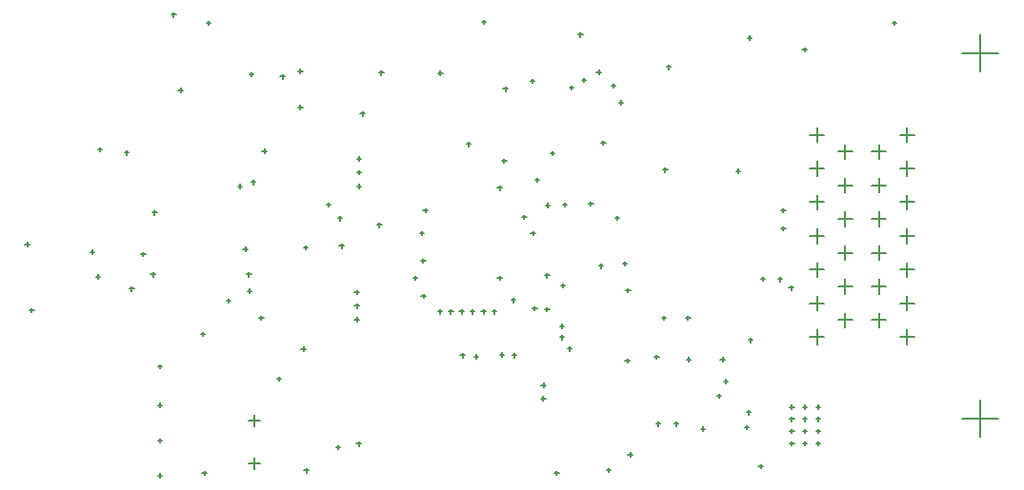
<source format=gbr>
%TF.GenerationSoftware,Altium Limited,Altium Designer,19.0.10 (269)*%
G04 Layer_Color=128*
%FSLAX26Y26*%
%MOIN*%
%TF.FileFunction,Drillmap*%
%TF.Part,Single*%
G01*
G75*
%TA.AperFunction,NonConductor*%
%ADD74C,0.005000*%
D74*
X1299213Y78543D02*
X1338583D01*
X1318898Y58858D02*
Y98228D01*
X1299213Y228543D02*
X1338583D01*
X1318898Y208858D02*
Y248228D01*
X3793307Y235236D02*
X3923228D01*
X3858268Y170276D02*
Y300197D01*
X3261811Y1229331D02*
X3312992D01*
X3287402Y1203740D02*
Y1254921D01*
X3261811Y1111220D02*
X3312992D01*
X3287402Y1085630D02*
Y1136811D01*
X3261811Y993110D02*
X3312992D01*
X3287402Y967520D02*
Y1018701D01*
X3261811Y875000D02*
X3312992D01*
X3287402Y849409D02*
Y900591D01*
X3261811Y756890D02*
X3312992D01*
X3287402Y731299D02*
Y782480D01*
X3261811Y638779D02*
X3312992D01*
X3287402Y613189D02*
Y664370D01*
X3261811Y520669D02*
X3312992D01*
X3287402Y495079D02*
Y546260D01*
X3360236Y1170276D02*
X3411417D01*
X3385827Y1144685D02*
Y1195866D01*
X3360236Y1052165D02*
X3411417D01*
X3385827Y1026575D02*
Y1077756D01*
X3360236Y934055D02*
X3411417D01*
X3385827Y908465D02*
Y959646D01*
X3360236Y815945D02*
X3411417D01*
X3385827Y790354D02*
Y841535D01*
X3360236Y697835D02*
X3411417D01*
X3385827Y672244D02*
Y723425D01*
X3360236Y579724D02*
X3411417D01*
X3385827Y554134D02*
Y605315D01*
X3478347Y1170276D02*
X3529528D01*
X3503937Y1144685D02*
Y1195866D01*
X3478347Y1052165D02*
X3529528D01*
X3503937Y1026575D02*
Y1077756D01*
X3478347Y934055D02*
X3529528D01*
X3503937Y908465D02*
Y959646D01*
X3478347Y815945D02*
X3529528D01*
X3503937Y790354D02*
Y841535D01*
X3478347Y697835D02*
X3529528D01*
X3503937Y672244D02*
Y723425D01*
X3478347Y579724D02*
X3529528D01*
X3503937Y554134D02*
Y605315D01*
X3576772Y1229331D02*
X3627953D01*
X3602362Y1203740D02*
Y1254921D01*
X3576772Y1111220D02*
X3627953D01*
X3602362Y1085630D02*
Y1136811D01*
X3576772Y993110D02*
X3627953D01*
X3602362Y967520D02*
Y1018701D01*
X3576772Y875000D02*
X3627953D01*
X3602362Y849409D02*
Y900591D01*
X3576772Y756890D02*
X3627953D01*
X3602362Y731299D02*
Y782480D01*
X3576772Y638779D02*
X3627953D01*
X3602362Y613189D02*
Y664370D01*
X3576772Y520669D02*
X3627953D01*
X3602362Y495079D02*
Y546260D01*
X3793307Y1514764D02*
X3923228D01*
X3858268Y1449803D02*
Y1579724D01*
X2368484Y44291D02*
X2383484D01*
X2375984Y36791D02*
Y51791D01*
X2413878Y480338D02*
X2428878D01*
X2421378Y472838D02*
Y487838D01*
X1604705Y134843D02*
X1619705D01*
X1612205Y127343D02*
Y142343D01*
X1221142Y648441D02*
X1236142D01*
X1228642Y640941D02*
Y655941D01*
X1676555Y146654D02*
X1691555D01*
X1684055Y139154D02*
Y154154D01*
X1492500Y53543D02*
X1507500D01*
X1500000Y46043D02*
Y61043D01*
X2323209Y352362D02*
X2338209D01*
X2330709Y344862D02*
Y359862D01*
X2322224Y306102D02*
X2337224D01*
X2329724Y298602D02*
Y313602D01*
X2387774Y520371D02*
X2402774D01*
X2395274Y512871D02*
Y527871D01*
X2387774Y559055D02*
X2402774D01*
X2395274Y551555D02*
Y566555D01*
X1294870Y682094D02*
X1309870D01*
X1302370Y674594D02*
Y689594D01*
X2718878Y450787D02*
X2733878D01*
X2726378Y443287D02*
Y458287D01*
X1874193Y728543D02*
X1889193D01*
X1881693Y721043D02*
Y736043D01*
X1898105Y884886D02*
X1913105D01*
X1905605Y877386D02*
Y892386D01*
X1901949Y787402D02*
X1916949D01*
X1909449Y779902D02*
Y794902D01*
X2113563Y1624016D02*
X2128563D01*
X2121063Y1616516D02*
Y1631516D01*
X1345847Y1172244D02*
X1360847D01*
X1353347Y1164744D02*
Y1179744D01*
X961988Y956693D02*
X976988D01*
X969488Y949193D02*
Y964193D01*
X956083Y740158D02*
X971083D01*
X963583Y732658D02*
Y747658D01*
X1491516Y834646D02*
X1506516D01*
X1499016Y827146D02*
Y842146D01*
X1136201Y45276D02*
X1151201D01*
X1143701Y37776D02*
Y52776D01*
X764154Y732284D02*
X779154D01*
X771654Y724784D02*
Y739784D01*
X744468Y818898D02*
X759468D01*
X751968Y811398D02*
Y826398D01*
X863563Y1166339D02*
X878563D01*
X871063Y1158839D02*
Y1173839D01*
X1902601Y665023D02*
X1917601D01*
X1910101Y657523D02*
Y672523D01*
X2150492Y610236D02*
X2165492D01*
X2157992Y602736D02*
Y617736D01*
X1610610Y937008D02*
X1625610D01*
X1618110Y929508D02*
Y944508D01*
X2488675Y988077D02*
X2503675D01*
X2496175Y980577D02*
Y995577D01*
X2421524Y1393811D02*
X2436524D01*
X2429024Y1386311D02*
Y1401311D01*
X3238235Y233096D02*
X3253235D01*
X3245735Y225596D02*
Y240596D01*
X3238235Y275418D02*
X3253235D01*
X3245735Y267918D02*
Y282918D01*
X3192303Y275418D02*
X3207303D01*
X3199803Y267918D02*
Y282918D01*
X3192303Y233096D02*
X3207303D01*
X3199803Y225596D02*
Y240596D01*
X3192303Y190773D02*
X3207303D01*
X3199803Y183273D02*
Y198273D01*
X3192303Y148450D02*
X3207303D01*
X3199803Y140950D02*
Y155950D01*
X3238235Y148450D02*
X3253235D01*
X3245735Y140950D02*
Y155950D01*
X3284166Y148450D02*
X3299166D01*
X3291666Y140950D02*
Y155950D01*
X3284166Y190773D02*
X3299166D01*
X3291666Y183273D02*
Y198273D01*
X3238235Y190773D02*
X3253235D01*
X3245735Y183273D02*
Y198273D01*
X3284166Y233096D02*
X3299166D01*
X3291666Y225596D02*
Y240596D01*
X3284166Y275418D02*
X3299166D01*
X3291666Y267918D02*
Y282918D01*
X2830957Y442841D02*
X2845957D01*
X2838457Y435341D02*
Y450341D01*
X3083051Y67913D02*
X3098051D01*
X3090551Y60413D02*
Y75413D01*
X3040728Y256890D02*
X3055728D01*
X3048228Y249390D02*
Y264390D01*
X2396912Y984250D02*
X2411912D01*
X2404412Y976750D02*
Y991750D01*
X2217708Y650078D02*
X2232708D01*
X2225208Y642578D02*
Y657578D01*
X2291708Y622046D02*
X2306708D01*
X2299208Y614546D02*
Y629546D01*
X1409447Y1433071D02*
X1424447D01*
X1416947Y1425571D02*
Y1440571D01*
X2724784Y216535D02*
X2739784D01*
X2732284Y209035D02*
Y224035D01*
X1689498Y1303150D02*
X1704498D01*
X1696998Y1295650D02*
Y1310650D01*
X2285807Y884886D02*
X2300807D01*
X2293307Y877386D02*
Y892386D01*
X1028917Y1649606D02*
X1043917D01*
X1036417Y1642106D02*
Y1657106D01*
X1052805Y1385827D02*
X1067805D01*
X1060305Y1378327D02*
Y1393327D01*
X3046760Y509842D02*
X3061760D01*
X3054260Y502342D02*
Y517342D01*
X1961988Y1445866D02*
X1976988D01*
X1969488Y1438366D02*
Y1453366D01*
X2060413Y1197047D02*
X2075413D01*
X2067913Y1189547D02*
Y1204547D01*
X531870Y615158D02*
X546870D01*
X539370Y607658D02*
Y622658D01*
X516122Y845577D02*
X531122D01*
X523622Y838077D02*
Y853077D01*
X770258Y1177790D02*
X785258D01*
X777758Y1170290D02*
Y1185290D01*
X2300559Y1070866D02*
X2315559D01*
X2308059Y1063366D02*
Y1078366D01*
X2531870Y1200787D02*
X2546870D01*
X2539370Y1193287D02*
Y1208287D01*
X2451735Y1579882D02*
X2466735D01*
X2459235Y1572382D02*
Y1587382D01*
X3043681Y1568898D02*
X3058681D01*
X3051181Y1561398D02*
Y1576398D01*
X1616516Y839567D02*
X1631516D01*
X1624016Y832067D02*
Y847067D01*
X2607657Y778427D02*
X2622657D01*
X2615157Y770927D02*
Y785927D01*
X2618484Y684055D02*
X2633484D01*
X2625984Y676555D02*
Y691555D01*
X2523996Y769685D02*
X2538996D01*
X2531496Y762185D02*
Y777185D01*
X2581083Y937992D02*
X2596083D01*
X2588583Y930492D02*
Y945492D01*
X2255295Y941929D02*
X2270295D01*
X2262795Y934429D02*
Y949429D01*
X2829114Y587598D02*
X2844114D01*
X2836614Y580098D02*
Y595098D01*
X2743484Y587598D02*
X2758484D01*
X2750984Y580098D02*
Y595098D01*
X2169592Y1043565D02*
X2184592D01*
X2177092Y1036065D02*
Y1051065D01*
X1669665Y629920D02*
X1684665D01*
X1677165Y622420D02*
Y637420D01*
X1669665Y678543D02*
X1684665D01*
X1677165Y671043D02*
Y686043D01*
X1300571Y1440945D02*
X1315571D01*
X1308071Y1433445D02*
Y1448445D01*
X1755295Y1446454D02*
X1770295D01*
X1762795Y1438954D02*
Y1453954D01*
X921634Y810852D02*
X936634D01*
X929134Y803352D02*
Y818352D01*
X882264Y689968D02*
X897264D01*
X889764Y682468D02*
Y697468D01*
X2593878Y1342183D02*
X2608878D01*
X2601378Y1334683D02*
Y1349683D01*
X2760216Y1466535D02*
X2775216D01*
X2767716Y1459035D02*
Y1474035D01*
X2185413Y1137795D02*
X2200413D01*
X2192913Y1130295D02*
Y1145295D01*
X2336988Y982599D02*
X2351988D01*
X2344488Y975099D02*
Y990099D01*
X2112492Y610236D02*
X2127492D01*
X2119992Y602736D02*
Y617736D01*
X2074492Y610236D02*
X2089492D01*
X2081992Y602736D02*
Y617736D01*
X1998492Y610236D02*
X2013492D01*
X2005992Y602736D02*
Y617736D01*
X2169661Y728345D02*
X2184661D01*
X2177161Y720845D02*
Y735845D01*
X2390133Y700786D02*
X2405133D01*
X2397633Y693286D02*
Y708286D01*
X2335020Y736221D02*
X2350020D01*
X2342520Y728721D02*
Y743721D01*
X2036492Y610236D02*
X2051492D01*
X2043992Y602736D02*
Y617736D01*
X2335020Y618110D02*
X2350020D01*
X2342520Y610610D02*
Y625610D01*
X1307461Y1062992D02*
X1322461D01*
X1314961Y1055492D02*
Y1070492D01*
X1260216Y1049114D02*
X1275216D01*
X1267716Y1041614D02*
Y1056614D01*
X1291713Y740158D02*
X1306713D01*
X1299213Y732658D02*
Y747658D01*
X1279902Y828963D02*
X1294902D01*
X1287402Y821463D02*
Y836463D01*
X1471831Y1452756D02*
X1486831D01*
X1479331Y1445256D02*
Y1460256D01*
X1471831Y1325787D02*
X1486831D01*
X1479331Y1318287D02*
Y1333287D01*
X1149980Y1621063D02*
X1164980D01*
X1157480Y1613563D02*
Y1628563D01*
X2086988Y452756D02*
X2101988D01*
X2094488Y445256D02*
Y460256D01*
X1570945Y984252D02*
X1585945D01*
X1578445Y976752D02*
Y991752D01*
X1748406Y913386D02*
X1763406D01*
X1755906Y905886D02*
Y920886D01*
X1677539Y1049114D02*
X1692539D01*
X1685039Y1041614D02*
Y1056614D01*
X1669665Y582677D02*
X1684665D01*
X1677165Y575177D02*
Y590177D01*
X2880239Y198819D02*
X2895239D01*
X2887739Y191319D02*
Y206319D01*
X3034744Y203740D02*
X3049744D01*
X3042244Y196240D02*
Y211240D01*
X2961004Y365617D02*
X2976004D01*
X2968504Y358117D02*
Y373117D01*
X2949237Y442867D02*
X2964237D01*
X2956737Y435367D02*
Y450367D01*
X2626358Y108731D02*
X2641358D01*
X2633858Y101231D02*
Y116231D01*
X2616305Y438011D02*
X2631305D01*
X2623805Y430511D02*
Y445511D01*
X1483005Y479336D02*
X1498005D01*
X1490505Y471836D02*
Y486836D01*
X1335580Y588571D02*
X1350580D01*
X1343080Y581071D02*
Y596071D01*
X1130295Y531496D02*
X1145295D01*
X1137795Y523996D02*
Y538996D01*
X980689Y417323D02*
X995689D01*
X988189Y409823D02*
Y424823D01*
X980689Y282652D02*
X995689D01*
X988189Y275152D02*
Y290152D01*
X980689Y157480D02*
X995689D01*
X988189Y149980D02*
Y164980D01*
X980689Y35433D02*
X995689D01*
X988189Y27933D02*
Y42933D01*
X1677539Y1098425D02*
X1692539D01*
X1685039Y1090925D02*
Y1105925D01*
X1677539Y1145669D02*
X1692539D01*
X1685039Y1138169D02*
Y1153169D01*
X2220847Y456693D02*
X2235847D01*
X2228347Y449193D02*
Y464193D01*
X2177539Y459449D02*
X2192539D01*
X2185039Y451949D02*
Y466949D01*
X2039744Y456693D02*
X2054744D01*
X2047244Y449193D02*
Y464193D01*
X1909823Y964567D02*
X1924823D01*
X1917323Y957067D02*
Y972067D01*
X2567106Y1401575D02*
X2582106D01*
X2574606Y1394075D02*
Y1409075D01*
X2516122Y1448819D02*
X2531122D01*
X2523622Y1441319D02*
Y1456319D01*
X1960492Y610236D02*
X1975492D01*
X1967992Y602736D02*
Y617736D01*
X2189350Y1389764D02*
X2204350D01*
X2196850Y1382264D02*
Y1397264D01*
X2284280Y1417323D02*
X2299280D01*
X2291780Y1409823D02*
Y1424823D01*
X2464941Y1421260D02*
X2479941D01*
X2472441Y1413760D02*
Y1428760D01*
X2354705Y1165354D02*
X2369705D01*
X2362205Y1157854D02*
Y1172854D01*
X3161791Y964567D02*
X3176791D01*
X3169291Y957067D02*
Y972067D01*
X3004311Y1102362D02*
X3019311D01*
X3011811Y1094862D02*
Y1109862D01*
X2748405Y1106299D02*
X2763405D01*
X2755905Y1098799D02*
Y1113799D01*
X3189350Y692913D02*
X3204350D01*
X3196850Y685413D02*
Y700413D01*
X3161791Y901575D02*
X3176791D01*
X3169291Y894075D02*
Y909075D01*
X1398012Y374016D02*
X1413012D01*
X1405512Y366516D02*
Y381516D01*
X3090925Y724409D02*
X3105925D01*
X3098425Y716909D02*
Y731909D01*
X3150325Y723376D02*
X3165325D01*
X3157825Y715876D02*
Y730876D01*
X3236595Y1527559D02*
X3251595D01*
X3244095Y1520059D02*
Y1535059D01*
X3551555Y1622047D02*
X3566555D01*
X3559055Y1614547D02*
Y1629547D01*
X2551555Y55118D02*
X2566555D01*
X2559055Y47618D02*
Y62618D01*
X2937382Y314961D02*
X2952382D01*
X2944882Y307461D02*
Y322461D01*
X2787776Y216535D02*
X2802776D01*
X2795276Y209035D02*
Y224035D01*
%TF.MD5,61d8e8211c4e469b01daed59499ea5cb*%
M02*

</source>
